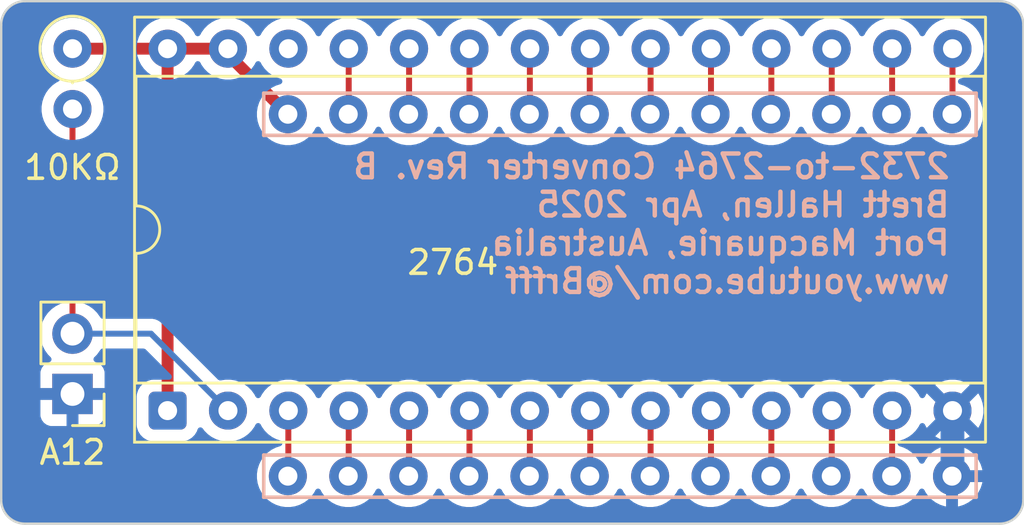
<source format=kicad_pcb>
(kicad_pcb (version 20241229) (generator "pcbnew") (generator_version "9.0")
  (title_block (title "2764 to 2732 Adapator") (date "21-Apr-2024") (rev "B") (company "Brett Hallen") (comment 1 "www.youtube.com/@Brfff"))
  (layers (0 "F.Cu" signal) (2 "B.Cu" signal) (13 "F.Paste" user) (15 "B.Paste" user) (5 "F.SilkS" user "F.Silkscreen") (7 "B.SilkS" user "B.Silkscreen") (1 "F.Mask" user) (3 "B.Mask" user) (25 "Edge.Cuts" user))
  (net 0 "")
  (net 1 "Net-(J1-Pin_2)")
  (net 2 "+5V")
  (net 3 "/A2")
  (net 4 "/D2")
  (net 5 "/D0")
  (net 6 "/A8")
  (net 7 "/A9")
  (net 8 "/~{CE}")
  (net 9 "/A1")
  (net 10 "/A4")
  (net 11 "/A3")
  (net 12 "GND")
  (net 13 "/A0")
  (net 14 "/D5")
  (net 15 "/A6")
  (net 16 "/A10")
  (net 17 "/~{OE}")
  (net 18 "/D1")
  (net 19 "/A7")
  (net 20 "/D7")
  (net 21 "/A5")
  (net 22 "/A11")
  (net 23 "/D4")
  (net 24 "/D6")
  (net 25 "/D3")
  (footprint "Package_DIP:DIP-28_W15.24mm_Socket" (layer "F.Cu") (at 65 64.24 90)
    (property "Reference" "U2" (hide yes))
    (property "Value" "2764" (at 6.24 12 180) (layer "F.SilkS"))
    (fp_line (start 14.08 -1.33) (end 8.62 -1.33) (stroke (width 0.12)) (layer "F.SilkS"))
    (fp_line (start 6.62 -1.33) (end 1.16 -1.33) (stroke (width 0.12)) (layer "F.SilkS"))
    (fp_line (start 1.16 -1.33) (end 1.16 34.35) (stroke (width 0.12)) (layer "F.SilkS"))
    (fp_line (start 14.08 34.35) (end 14.08 -1.33) (stroke (width 0.12)) (layer "F.SilkS"))
    (fp_line (start 1.16 34.35) (end 14.08 34.35) (stroke (width 0.12)) (layer "F.SilkS"))
    (fp_rect (start -1.33 -1.39) (end 16.57 34.41) (stroke (width 0.12)) (fill no) (layer "F.SilkS"))
    (fp_arc (start 8.62 -1.33) (mid 7.62 -0.33) (end 6.62 -1.33) (stroke (width 0.12)) (layer "F.SilkS"))
    (pad "1" thru_hole roundrect (at 0 0 90) (size 1.6 1.6) (drill 0.8) (layers "*.Cu" "*.Mask") (roundrect_rratio 0.15625) (net 2 "+5V"))
    (pad "2" thru_hole circle (at 0 2.54 90) (size 1.6 1.6) (drill 0.8) (layers "*.Cu" "*.Mask") (net 1 "Net-(J1-Pin_2)"))
    (pad "3" thru_hole circle (at 0 5.08 90) (size 1.6 1.6) (drill 0.8) (layers "*.Cu" "*.Mask") (net 19 "/A7"))
    (pad "4" thru_hole circle (at 0 7.62 90) (size 1.6 1.6) (drill 0.8) (layers "*.Cu" "*.Mask") (net 15 "/A6"))
    (pad "5" thru_hole circle (at 0 10.16 90) (size 1.6 1.6) (drill 0.8) (layers "*.Cu" "*.Mask") (net 21 "/A5"))
    (pad "6" thru_hole circle (at 0 12.7 90) (size 1.6 1.6) (drill 0.8) (layers "*.Cu" "*.Mask") (net 10 "/A4"))
    (pad "7" thru_hole circle (at 0 15.24 90) (size 1.6 1.6) (drill 0.8) (layers "*.Cu" "*.Mask") (net 11 "/A3"))
    (pad "8" thru_hole circle (at 0 17.78 90) (size 1.6 1.6) (drill 0.8) (layers "*.Cu" "*.Mask") (net 3 "/A2"))
    (pad "9" thru_hole circle (at 0 20.32 90) (size 1.6 1.6) (drill 0.8) (layers "*.Cu" "*.Mask") (net 9 "/A1"))
    (pad "10" thru_hole circle (at 0 22.86 90) (size 1.6 1.6) (drill 0.8) (layers "*.Cu" "*.Mask") (net 13 "/A0"))
    (pad "11" thru_hole circle (at 0 25.4 90) (size 1.6 1.6) (drill 0.8) (layers "*.Cu" "*.Mask") (net 5 "/D0"))
    (pad "12" thru_hole circle (at 0 27.94 90) (size 1.6 1.6) (drill 0.8) (layers "*.Cu" "*.Mask") (net 18 "/D1"))
    (pad "13" thru_hole circle (at 0 30.48 90) (size 1.6 1.6) (drill 0.8) (layers "*.Cu" "*.Mask") (net 4 "/D2"))
    (pad "14" thru_hole circle (at 0 33.02 90) (size 1.6 1.6) (drill 0.8) (layers "*.Cu" "*.Mask") (net 12 "GND"))
    (pad "15" thru_hole circle (at 15.24 33.02 90) (size 1.6 1.6) (drill 0.8) (layers "*.Cu" "*.Mask") (net 25 "/D3"))
    (pad "16" thru_hole circle (at 15.24 30.48 90) (size 1.6 1.6) (drill 0.8) (layers "*.Cu" "*.Mask") (net 23 "/D4"))
    (pad "17" thru_hole circle (at 15.24 27.94 90) (size 1.6 1.6) (drill 0.8) (layers "*.Cu" "*.Mask") (net 14 "/D5"))
    (pad "18" thru_hole circle (at 15.24 25.4 90) (size 1.6 1.6) (drill 0.8) (layers "*.Cu" "*.Mask") (net 24 "/D6"))
    (pad "19" thru_hole circle (at 15.24 22.86 90) (size 1.6 1.6) (drill 0.8) (layers "*.Cu" "*.Mask") (net 20 "/D7"))
    (pad "20" thru_hole circle (at 15.24 20.32 90) (size 1.6 1.6) (drill 0.8) (layers "*.Cu" "*.Mask") (net 8 "/~{CE}"))
    (pad "21" thru_hole circle (at 15.24 17.78 90) (size 1.6 1.6) (drill 0.8) (layers "*.Cu" "*.Mask") (net 16 "/A10"))
    (pad "22" thru_hole circle (at 15.24 15.24 90) (size 1.6 1.6) (drill 0.8) (layers "*.Cu" "*.Mask") (net 17 "/~{OE}"))
    (pad "23" thru_hole circle (at 15.24 12.7 90) (size 1.6 1.6) (drill 0.8) (layers "*.Cu" "*.Mask") (net 22 "/A11"))
    (pad "24" thru_hole circle (at 15.24 10.16 90) (size 1.6 1.6) (drill 0.8) (layers "*.Cu" "*.Mask") (net 7 "/A9"))
    (pad "25" thru_hole circle (at 15.24 7.62 90) (size 1.6 1.6) (drill 0.8) (layers "*.Cu" "*.Mask") (net 6 "/A8"))
    (pad "26" thru_hole circle (at 15.24 5.08 90) (size 1.6 1.6) (drill 0.8) (layers "*.Cu" "*.Mask"))
    (pad "27" thru_hole circle (at 15.24 2.54 90) (size 1.6 1.6) (drill 0.8) (layers "*.Cu" "*.Mask") (net 2 "+5V"))
    (pad "28" thru_hole circle (at 15.24 0 90) (size 1.6 1.6) (drill 0.8) (layers "*.Cu" "*.Mask") (net 2 "+5V"))
  )
  (footprint "Resistor_THT:R_Axial_DIN0207_L6.3mm_D2.5mm_P2.54mm_Vertical" (layer "F.Cu") (at 61 49 -90)
    (property "Reference" "R1" (hide yes))
    (property "Value" "10KΩ" (at 5 0 180) (layer "F.SilkS"))
    (fp_line (start 1.37 0) (end 1.44 0) (stroke (width 0.12)) (layer "F.SilkS"))
    (fp_circle (center 0 0) (end 1.37 0) (stroke (width 0.12)) (fill no) (layer "F.SilkS"))
    (pad "1" thru_hole circle (at 0 0 270) (size 1.6 1.6) (drill 0.8) (layers "*.Cu" "*.Mask") (net 2 "+5V"))
    (pad "2" thru_hole oval (at 2.54 0 270) (size 1.6 1.6) (drill 0.8) (layers "*.Cu" "*.Mask") (net 1 "Net-(J1-Pin_2)"))
  )
  (footprint "Clueless_Engineer:DIP-24_W15.24mm-Notch" (layer "F.Cu") (at 70.06 67 90)
    (property "Reference" "U1" (hide yes))
    (property "Value" "2732" (hide yes))
    (fp_line (start 16.129 -1.016) (end 16.129 28.956) (stroke (width 0.15)) (layer "B.SilkS"))
    (fp_line (start 14.351 -1.016) (end 16.129 -1.016) (stroke (width 0.15)) (layer "B.SilkS"))
    (fp_line (start 0.889 -1.016) (end 0.889 28.956) (stroke (width 0.15)) (layer "B.SilkS"))
    (fp_line (start -0.889 -1.016) (end 0.889 -1.016) (stroke (width 0.15)) (layer "B.SilkS"))
    (fp_line (start 16.129 28.956) (end 14.351 28.956) (stroke (width 0.15)) (layer "B.SilkS"))
    (fp_line (start 14.351 28.956) (end 14.351 -1.016) (stroke (width 0.15)) (layer "B.SilkS"))
    (fp_line (start 0.889 28.956) (end -0.889 28.956) (stroke (width 0.15)) (layer "B.SilkS"))
    (fp_line (start -0.889 28.956) (end -0.889 -1.016) (stroke (width 0.15)) (layer "B.SilkS"))
    (pad "1" thru_hole oval (at 0 0 90) (size 1.6 1.6) (drill 0.8) (layers "*.Cu" "*.Mask") (net 19 "/A7"))
    (pad "2" thru_hole oval (at 0 2.54 90) (size 1.6 1.6) (drill 0.8) (layers "*.Cu" "*.Mask") (net 15 "/A6"))
    (pad "3" thru_hole oval (at 0 5.08 90) (size 1.6 1.6) (drill 0.8) (layers "*.Cu" "*.Mask") (net 21 "/A5"))
    (pad "4" thru_hole oval (at 0 7.62 90) (size 1.6 1.6) (drill 0.8) (layers "*.Cu" "*.Mask") (net 10 "/A4"))
    (pad "5" thru_hole oval (at 0 10.16 90) (size 1.6 1.6) (drill 0.8) (layers "*.Cu" "*.Mask") (net 11 "/A3"))
    (pad "6" thru_hole oval (at 0 12.7 90) (size 1.6 1.6) (drill 0.8) (layers "*.Cu" "*.Mask") (net 3 "/A2"))
    (pad "7" thru_hole oval (at 0 15.24 90) (size 1.6 1.6) (drill 0.8) (layers "*.Cu" "*.Mask") (net 9 "/A1"))
    (pad "8" thru_hole oval (at 0 17.78 90) (size 1.6 1.6) (drill 0.8) (layers "*.Cu" "*.Mask") (net 13 "/A0"))
    (pad "9" thru_hole oval (at 0 20.32 90) (size 1.6 1.6) (drill 0.8) (layers "*.Cu" "*.Mask") (net 5 "/D0"))
    (pad "10" thru_hole oval (at 0 22.86 90) (size 1.6 1.6) (drill 0.8) (layers "*.Cu" "*.Mask") (net 18 "/D1"))
    (pad "11" thru_hole oval (at 0 25.4 90) (size 1.6 1.6) (drill 0.8) (layers "*.Cu" "*.Mask") (net 4 "/D2"))
    (pad "12" thru_hole oval (at 0 27.94 90) (size 1.6 1.6) (drill 0.8) (layers "*.Cu" "*.Mask") (net 12 "GND"))
    (pad "13" thru_hole oval (at 15.24 27.94 90) (size 1.6 1.6) (drill 0.8) (layers "*.Cu" "*.Mask") (net 25 "/D3"))
    (pad "14" thru_hole oval (at 15.24 25.4 90) (size 1.6 1.6) (drill 0.8) (layers "*.Cu" "*.Mask") (net 23 "/D4"))
    (pad "15" thru_hole oval (at 15.24 22.86 90) (size 1.6 1.6) (drill 0.8) (layers "*.Cu" "*.Mask") (net 14 "/D5"))
    (pad "16" thru_hole oval (at 15.24 20.32 90) (size 1.6 1.6) (drill 0.8) (layers "*.Cu" "*.Mask") (net 24 "/D6"))
    (pad "17" thru_hole oval (at 15.24 17.78 90) (size 1.6 1.6) (drill 0.8) (layers "*.Cu" "*.Mask") (net 20 "/D7"))
    (pad "18" thru_hole oval (at 15.24 15.24 90) (size 1.6 1.6) (drill 0.8) (layers "*.Cu" "*.Mask") (net 8 "/~{CE}"))
    (pad "19" thru_hole oval (at 15.24 12.7 90) (size 1.6 1.6) (drill 0.8) (layers "*.Cu" "*.Mask") (net 16 "/A10"))
    (pad "20" thru_hole oval (at 15.24 10.16 90) (size 1.6 1.6) (drill 0.8) (layers "*.Cu" "*.Mask") (net 17 "/~{OE}"))
    (pad "21" thru_hole oval (at 15.24 7.62 90) (size 1.6 1.6) (drill 0.8) (layers "*.Cu" "*.Mask") (net 22 "/A11"))
    (pad "22" thru_hole oval (at 15.24 5.08 90) (size 1.6 1.6) (drill 0.8) (layers "*.Cu" "*.Mask") (net 7 "/A9"))
    (pad "23" thru_hole oval (at 15.24 2.54 90) (size 1.6 1.6) (drill 0.8) (layers "*.Cu" "*.Mask") (net 6 "/A8"))
    (pad "24" thru_hole oval (at 15.24 0 90) (size 1.6 1.6) (drill 0.8) (layers "*.Cu" "*.Mask") (net 2 "+5V"))
  )
  (footprint "Connector_PinHeader_2.54mm:PinHeader_1x02_P2.54mm_Vertical" (layer "F.Cu") (at 61 63.54 180)
    (property "Reference" "J1" (hide yes))
    (property "Value" "A12" (at 0 -2.46 0) (layer "F.SilkS"))
    (fp_line (start 1.33 1.27) (end 1.33 3.87) (stroke (width 0.12)) (layer "F.SilkS"))
    (fp_line (start -1.33 3.87) (end 1.33 3.87) (stroke (width 0.12)) (layer "F.SilkS"))
    (fp_line (start -1.33 1.27) (end 1.33 1.27) (stroke (width 0.12)) (layer "F.SilkS"))
    (fp_line (start -1.33 1.27) (end -1.33 3.87) (stroke (width 0.12)) (layer "F.SilkS"))
    (fp_line (start -1.33 0) (end -1.33 -1.33) (stroke (width 0.12)) (layer "F.SilkS"))
    (fp_line (start -1.33 -1.33) (end 0 -1.33) (stroke (width 0.12)) (layer "F.SilkS"))
    (pad "1" thru_hole rect (at 0 0 180) (size 1.7 1.7) (drill 1) (layers "*.Cu" "*.Mask") (net 12 "GND"))
    (pad "2" thru_hole oval (at 0 2.54 180) (size 1.7 1.7) (drill 1) (layers "*.Cu" "*.Mask") (net 1 "Net-(J1-Pin_2)"))
  )
  (gr_line (start 100 69) (end 59 69) (stroke (width 0.1)) (layer "Edge.Cuts"))
  (gr_line (start 101 48) (end 101 68) (stroke (width 0.1)) (layer "Edge.Cuts"))
  (gr_arc (start 100 47) (mid 100.707107 47.292893) (end 101 48) (stroke (width 0.1)) (layer "Edge.Cuts"))
  (gr_arc (start 58 48) (mid 58.292893 47.292893) (end 59 47) (stroke (width 0.1)) (layer "Edge.Cuts"))
  (gr_line (start 58 68) (end 58 48) (stroke (width 0.1)) (layer "Edge.Cuts"))
  (gr_arc (start 101 68) (mid 100.707107 68.707107) (end 100 69) (stroke (width 0.1)) (layer "Edge.Cuts"))
  (gr_line (start 59 47) (end 100 47) (stroke (width 0.1)) (layer "Edge.Cuts"))
  (gr_arc (start 59 69) (mid 58.292893 68.707107) (end 58 68) (stroke (width 0.1)) (layer "Edge.Cuts"))
  (gr_text "2732-to-2764 Converter Rev. B\nBrett Hallen, Apr 2025\nPort Macquarie, Australia\nwww.youtube.com/@Brfff" (at 98 59.375 0) (layer "B.SilkS") (effects (font (size 1 1) (thickness 0.1875)) (justify left bottom mirror)))
  (segment (start 61 51.54) (end 61 61) (width 0.25) (layer "F.Cu") (net 1))
  (segment (start 67.54 64.24) (end 64.3 61) (width 0.25) (layer "B.Cu") (net 1))
  (segment (start 64.3 61) (end 61 61) (width 0.25) (layer "B.Cu") (net 1))
  (segment (start 65 49) (end 67.54 49) (width 0.5) (layer "F.Cu") (net 2))
  (segment (start 70.06 51.76) (end 67.54 49.24) (width 0.5) (layer "F.Cu") (net 2))
  (segment (start 67.54 49.24) (end 67.54 49) (width 0.5) (layer "F.Cu") (net 2))
  (segment (start 61 49) (end 65 49) (width 0.5) (layer "F.Cu") (net 2))
  (segment (start 65 49) (end 65 64.24) (width 0.5) (layer "F.Cu") (net 2))
  (segment (start 82.78 64.24) (end 82.78 66.98) (width 0.25) (layer "F.Cu") (net 3))
  (segment (start 82.78 66.98) (end 82.76 67) (width 0.25) (layer "F.Cu") (net 3))
  (segment (start 95.48 64.24) (end 95.48 66.98) (width 0.25) (layer "F.Cu") (net 4))
  (segment (start 95.48 66.98) (end 95.46 67) (width 0.25) (layer "F.Cu") (net 4))
  (segment (start 90.4 66.98) (end 90.38 67) (width 0.25) (layer "F.Cu") (net 5))
  (segment (start 90.4 64.24) (end 90.4 66.98) (width 0.25) (layer "F.Cu") (net 5))
  (segment (start 72.62 51.74) (end 72.6 51.76) (width 0.25) (layer "F.Cu") (net 6))
  (segment (start 72.62 49) (end 72.62 51.74) (width 0.25) (layer "F.Cu") (net 6))
  (segment (start 75.16 49) (end 75.16 51.74) (width 0.25) (layer "F.Cu") (net 7))
  (segment (start 75.16 51.74) (end 75.14 51.76) (width 0.25) (layer "F.Cu") (net 7))
  (segment (start 85.32 51.74) (end 85.3 51.76) (width 0.25) (layer "F.Cu") (net 8))
  (segment (start 85.32 49) (end 85.32 51.74) (width 0.25) (layer "F.Cu") (net 8))
  (segment (start 85.32 66.98) (end 85.3 67) (width 0.25) (layer "F.Cu") (net 9))
  (segment (start 85.32 64.24) (end 85.32 66.98) (width 0.25) (layer "F.Cu") (net 9))
  (segment (start 77.7 66.98) (end 77.68 67) (width 0.25) (layer "F.Cu") (net 10))
  (segment (start 77.7 64.24) (end 77.7 66.98) (width 0.25) (layer "F.Cu") (net 10))
  (segment (start 80.24 66.98) (end 80.22 67) (width 0.25) (layer "F.Cu") (net 11))
  (segment (start 80.24 64.24) (end 80.24 66.98) (width 0.25) (layer "F.Cu") (net 11))
  (segment (start 98.02 66.98) (end 98 67) (width 0.25) (layer "B.Cu") (net 12))
  (segment (start 98.02 64.24) (end 98.02 66.98) (width 1) (layer "B.Cu") (net 12))
  (segment (start 87.86 64.24) (end 87.86 66.98) (width 0.25) (layer "F.Cu") (net 13))
  (segment (start 87.86 66.98) (end 87.84 67) (width 0.25) (layer "F.Cu") (net 13))
  (segment (start 92.94 49) (end 92.94 51.74) (width 0.25) (layer "F.Cu") (net 14))
  (segment (start 92.94 51.74) (end 92.92 51.76) (width 0.25) (layer "F.Cu") (net 14))
  (segment (start 72.62 64.24) (end 72.62 66.98) (width 0.25) (layer "F.Cu") (net 15))
  (segment (start 72.62 66.98) (end 72.6 67) (width 0.25) (layer "F.Cu") (net 15))
  (segment (start 82.76 51.76) (end 82.76 49.02) (width 0.25) (layer "F.Cu") (net 16))
  (segment (start 82.76 49.02) (end 82.78 49) (width 0.25) (layer "F.Cu") (net 16))
  (segment (start 80.24 51.74) (end 80.22 51.76) (width 0.25) (layer "F.Cu") (net 17))
  (segment (start 80.24 49) (end 80.24 51.74) (width 0.25) (layer "F.Cu") (net 17))
  (segment (start 92.94 64.24) (end 92.94 66.98) (width 0.25) (layer "F.Cu") (net 18))
  (segment (start 92.94 66.98) (end 92.92 67) (width 0.25) (layer "F.Cu") (net 18))
  (segment (start 70.08 64.24) (end 70.08 66.98) (width 0.25) (layer "F.Cu") (net 19))
  (segment (start 70.08 66.98) (end 70.06 67) (width 0.25) (layer "F.Cu") (net 19))
  (segment (start 87.86 51.74) (end 87.84 51.76) (width 0.25) (layer "F.Cu") (net 20))
  (segment (start 87.86 49) (end 87.86 51.74) (width 0.25) (layer "F.Cu") (net 20))
  (segment (start 75.16 64.24) (end 75.16 66.98) (width 0.25) (layer "F.Cu") (net 21))
  (segment (start 75.16 66.98) (end 75.14 67) (width 0.25) (layer "F.Cu") (net 21))
  (segment (start 77.7 51.74) (end 77.68 51.76) (width 0.25) (layer "F.Cu") (net 22))
  (segment (start 77.7 49) (end 77.7 51.74) (width 0.25) (layer "F.Cu") (net 22))
  (segment (start 95.48 49) (end 95.48 51.74) (width 0.25) (layer "F.Cu") (net 23))
  (segment (start 95.48 51.74) (end 95.46 51.76) (width 0.25) (layer "F.Cu") (net 23))
  (segment (start 90.4 51.74) (end 90.38 51.76) (width 0.25) (layer "F.Cu") (net 24))
  (segment (start 90.4 49) (end 90.4 51.74) (width 0.25) (layer "F.Cu") (net 24))
  (segment (start 98.02 51.74) (end 98 51.76) (width 0.25) (layer "F.Cu") (net 25))
  (segment (start 98.02 49) (end 98.02 51.74) (width 0.25) (layer "F.Cu") (net 25))
  (zone (net 12) (net_name "GND") (layer "B.Cu") (connect_pads (clearance 0.5)) (min_thickness 0.25) (fill yes (thermal_gap 0.5) (thermal_bridge_width 0.5))
    (polygon (pts (xy 58 47) (xy 58 69) (xy 101 69) (xy 101 47)))
  )
)
</source>
